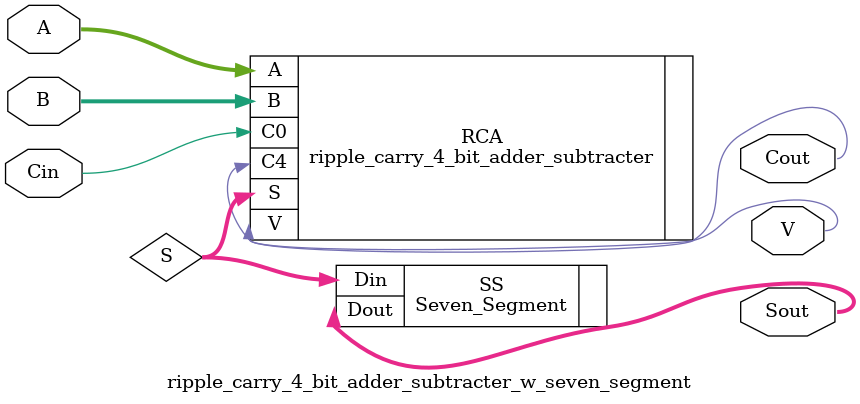
<source format=v>
module ripple_carry_4_bit_adder_subtracter_w_seven_segment(A, B, Cin, Sout, Cout, V);
input[3:0] A, B;
input Cin;
output[6:0] Sout;
output Cout;
output V; // overflow
wire[3:0] S;

ripple_carry_4_bit_adder_subtracter RCA(.A(A), .B(B), .C0(Cin), .S(S), .C4(Cout), .V(V));
Seven_Segment SS(.Din(S), .Dout(Sout));

endmodule
</source>
